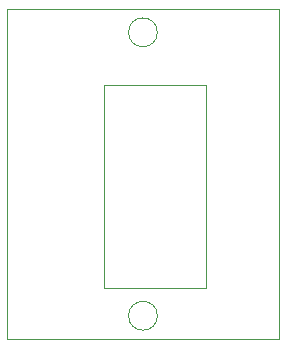
<source format=gbr>
G04 #@! TF.GenerationSoftware,KiCad,Pcbnew,5.1.4-e60b266~84~ubuntu18.04.1*
G04 #@! TF.CreationDate,2019-09-04T17:21:52+01:00*
G04 #@! TF.ProjectId,optical_sensor_daughter_board,6f707469-6361-46c5-9f73-656e736f725f,rev?*
G04 #@! TF.SameCoordinates,Original*
G04 #@! TF.FileFunction,Profile,NP*
%FSLAX46Y46*%
G04 Gerber Fmt 4.6, Leading zero omitted, Abs format (unit mm)*
G04 Created by KiCad (PCBNEW 5.1.4-e60b266~84~ubuntu18.04.1) date 2019-09-04 17:21:52*
%MOMM*%
%LPD*%
G04 APERTURE LIST*
%ADD10C,0.050000*%
G04 APERTURE END LIST*
D10*
X123050000Y-111100000D02*
X123050000Y-83100000D01*
X123050000Y-83100000D02*
X146050000Y-83100000D01*
X146050000Y-83100000D02*
X146050000Y-111100000D01*
X123050000Y-111100000D02*
X146050000Y-111100000D01*
X135770000Y-85100000D02*
G75*
G03X135770000Y-85100000I-1220000J0D01*
G01*
X135770000Y-109100000D02*
G75*
G03X135770000Y-109100000I-1220000J0D01*
G01*
X131275000Y-106775000D02*
X131275000Y-89550000D01*
X139900000Y-106775000D02*
X131275000Y-106775000D01*
X139900000Y-89550000D02*
X139900000Y-106775000D01*
X131275000Y-89550000D02*
X139900000Y-89550000D01*
M02*

</source>
